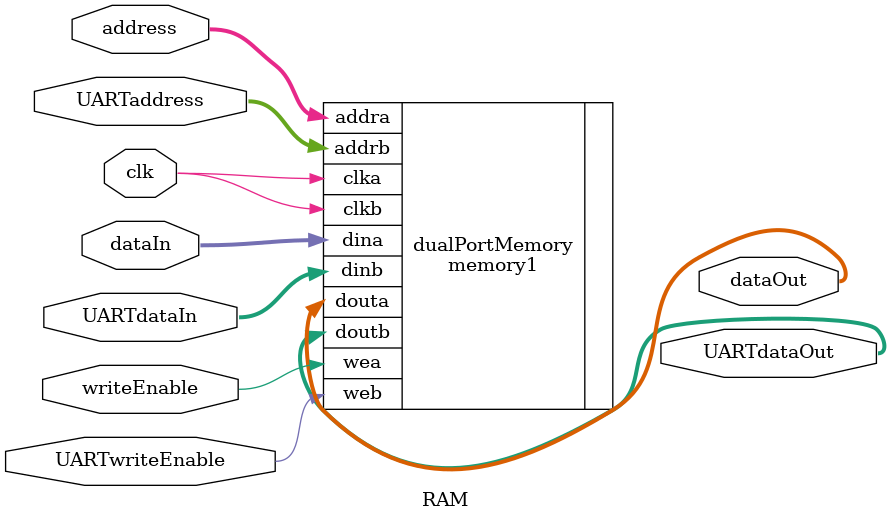
<source format=v>
`timescale 1ns / 1ps
module RAM(
	input [15:0] address,
	input [15:0] dataIn,
	input writeEnable, clk,
	output [15:0] dataOut,
	
	input [15:0] UARTaddress,
	input [15:0] UARTdataIn,
	input UARTwriteEnable,
	output [15:0] UARTdataOut);

memory1 dualPortMemory(
	.clka(clk),
	.wea(writeEnable),
	.addra(address),
	.dina(dataIn),
	.douta(dataOut),
	.clkb(clk),
	.web(UARTwriteEnable),
	.addrb(UARTaddress),
	.dinb(UARTdataIn),
	.doutb(UARTdataOut)
	);


endmodule

</source>
